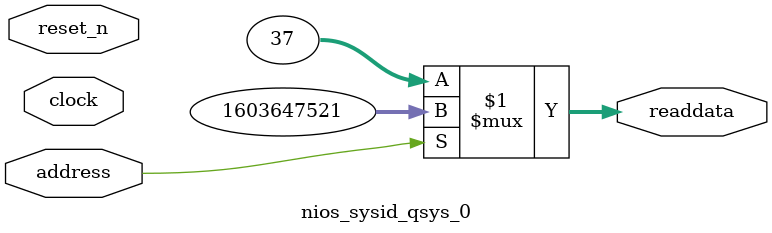
<source format=v>

`timescale 1ns / 1ps
// synthesis translate_on

// turn off superfluous verilog processor warnings 
// altera message_level Level1 
// altera message_off 10034 10035 10036 10037 10230 10240 10030 

module nios_sysid_qsys_0 (
               // inputs:
                address,
                clock,
                reset_n,

               // outputs:
                readdata
             )
;

  output  [ 31: 0] readdata;
  input            address;
  input            clock;
  input            reset_n;

  wire    [ 31: 0] readdata;
  //control_slave, which is an e_avalon_slave
  assign readdata = address ? 1603647521 : 37;

endmodule




</source>
